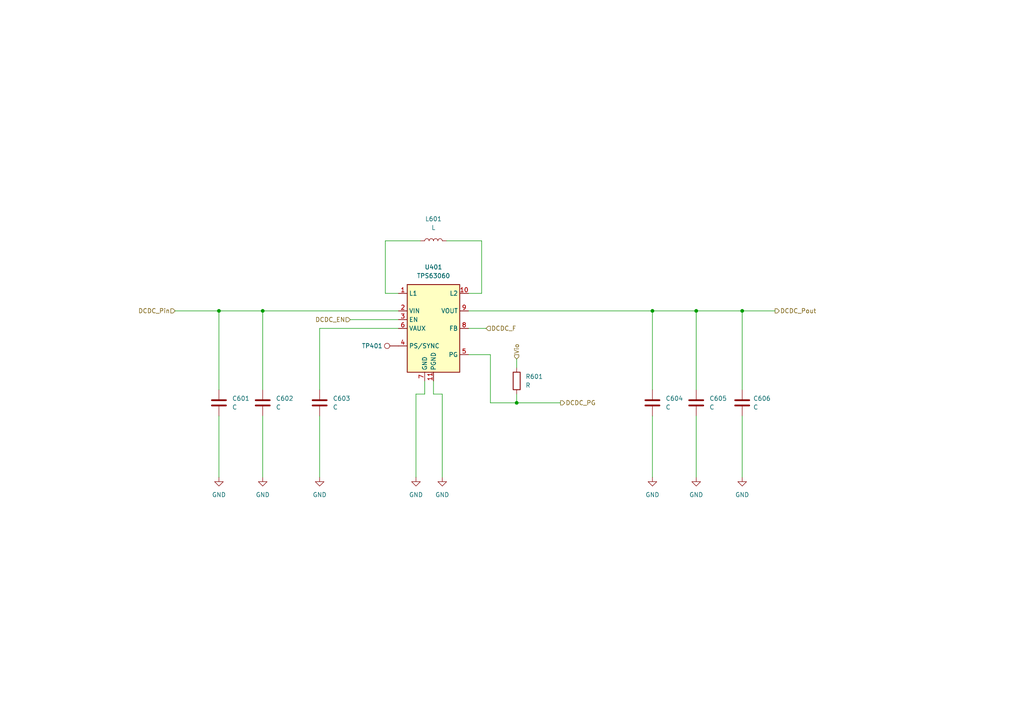
<source format=kicad_sch>
(kicad_sch (version 20211123) (generator eeschema)
  (paper "A4")
  (lib_symbols
    (symbol "Connector:TestPoint" (pin_numbers hide) (pin_names (offset 0.762) hide)
      (property "Reference" "TP" (at 0 6.858 0))
      (property "Value" "TestPoint" (at 0 5.08 0))
      (symbol "TestPoint_0_1"
        (circle (center 0 3.302) (radius 0.762))
      )
      (symbol "TestPoint_1_1"
        (pin passive line (at 0 0 90) (length 2.54) (name "1") (number "1"))
      )
    )
    (symbol "Device:C" (pin_numbers hide) (pin_names (offset 0.254))
      (property "Reference" "C" (at 0.635 2.54 0))
      (property "Value" "C" (at 0.635 -2.54 0))
      (symbol "C_0_1"
        (polyline (pts (xy -2.032 -0.762) (xy 2.032 -0.762)) (stroke (width 0.508)))
        (polyline (pts (xy -2.032 0.762) (xy 2.032 0.762)) (stroke (width 0.508)))
      )
      (symbol "C_1_1"
        (pin passive line (at 0 3.81 270) (length 2.794) (name "~") (number "1"))
        (pin passive line (at 0 -3.81 90) (length 2.794) (name "~") (number "2"))
      )
    )
    (symbol "Device:L" (pin_numbers hide) (pin_names (offset 1.016) hide)
      (property "Reference" "L" (at -1.27 0 90))
      (property "Value" "L" (at 1.905 0 90))
      (symbol "L_0_1"
        (arc (start 0 -2.54) (mid 0.635 -1.905) (end 0 -1.27))
        (arc (start 0 -1.27) (mid 0.635 -0.635) (end 0 0))
        (arc (start 0 0) (mid 0.635 0.635) (end 0 1.27))
        (arc (start 0 1.27) (mid 0.635 1.905) (end 0 2.54))
      )
      (symbol "L_1_1"
        (pin passive line (at 0 3.81 270) (length 1.27) (name "1") (number "1"))
        (pin passive line (at 0 -3.81 90) (length 1.27) (name "2") (number "2"))
      )
    )
    (symbol "Device:R" (pin_numbers hide) (pin_names (offset 0))
      (property "Reference" "R" (at 2.032 0 90))
      (property "Value" "R" (at 0 0 90))
      (symbol "R_0_1"
        (rectangle (start -1.016 -2.54) (end 1.016 2.54) (stroke (width 0.254)))
      )
      (symbol "R_1_1"
        (pin passive line (at 0 3.81 270) (length 1.27) (name "~") (number "1"))
        (pin passive line (at 0 -3.81 90) (length 1.27) (name "~") (number "2"))
      )
    )
    (symbol "Regulator_Switching:TPS63060"
      (property "Reference" "U" (at -7.62 13.97 0))
      (property "Value" "TPS63060" (at 2.54 13.97 0))
      (symbol "TPS63060_0_1"
        (rectangle (start -7.62 12.7) (end 7.62 -12.7) (stroke (width 0.254)) (fill (type background)))
      )
      (symbol "TPS63060_1_1"
        (pin input line (at -10.16 10.16 0) (length 2.54) (name "L1") (number "1"))
        (pin input line (at 10.16 10.16 180) (length 2.54) (name "L2") (number "10"))
        (pin power_in line (at 0 -15.24 90) (length 2.54) (name "PGND") (number "11"))
        (pin power_in line (at -10.16 5.08 0) (length 2.54) (name "VIN") (number "2"))
        (pin input line (at -10.16 2.54 0) (length 2.54) (name "EN") (number "3"))
        (pin input line (at -10.16 -5.08 0) (length 2.54) (name "PS/SYNC") (number "4"))
        (pin output line (at 10.16 -7.62 180) (length 2.54) (name "PG") (number "5"))
        (pin passive line (at -10.16 0 0) (length 2.54) (name "VAUX") (number "6"))
        (pin power_in line (at -2.54 -15.24 90) (length 2.54) (name "GND") (number "7"))
        (pin input line (at 10.16 0 180) (length 2.54) (name "FB") (number "8"))
        (pin power_out line (at 10.16 5.08 180) (length 2.54) (name "VOUT") (number "9"))
      )
    )
    (symbol "power:GND" (power) (pin_names (offset 0))
      (property "Value" "GND" (at 0 -3.81 0))
      (symbol "GND_0_1"
        (polyline (pts (xy 0 0) (xy 0 -1.27) (xy 1.27 -1.27) (xy 0 -2.54) (xy -1.27 -1.27) (xy 0 -1.27)))
      )
      (symbol "GND_1_1"
        (pin power_in line (at 0 0 270) (length 0) hide (name "GND") (number "1"))
      )
    )
  )
  (junction (at 201.93 90.17))
  (junction (at 149.86 116.84))
  (junction (at 215.265 90.17))
  (junction (at 189.23 90.17))
  (junction (at 63.5 90.17))
  (junction (at 76.2 90.17))
  (wire (pts (xy 201.93 90.17) (xy 201.93 113.03)))
  (wire (pts (xy 139.7 69.85) (xy 139.7 85.09)))
  (wire (pts (xy 201.93 90.17) (xy 215.265 90.17)))
  (wire (pts (xy 135.89 102.87) (xy 142.24 102.87)))
  (wire (pts (xy 149.86 116.84) (xy 162.56 116.84)))
  (wire (pts (xy 123.19 114.3) (xy 123.19 110.49)))
  (wire (pts (xy 115.57 95.25) (xy 92.71 95.25)))
  (wire (pts (xy 50.8 90.17) (xy 63.5 90.17)))
  (wire (pts (xy 76.2 120.65) (xy 76.2 138.43)))
  (wire (pts (xy 149.86 114.3) (xy 149.86 116.84)))
  (wire (pts (xy 76.2 113.03) (xy 76.2 90.17)))
  (wire (pts (xy 128.27 114.3) (xy 125.73 114.3)))
  (wire (pts (xy 142.24 116.84) (xy 149.86 116.84)))
  (wire (pts (xy 101.6 92.71) (xy 115.57 92.71)))
  (wire (pts (xy 76.2 90.17) (xy 115.57 90.17)))
  (wire (pts (xy 189.23 120.65) (xy 189.23 138.43)))
  (wire (pts (xy 128.27 114.3) (xy 128.27 138.43)))
  (wire (pts (xy 201.93 120.65) (xy 201.93 138.43)))
  (wire (pts (xy 120.65 114.3) (xy 120.65 138.43)))
  (wire (pts (xy 63.5 113.03) (xy 63.5 90.17)))
  (wire (pts (xy 111.76 69.85) (xy 121.92 69.85)))
  (wire (pts (xy 63.5 90.17) (xy 76.2 90.17)))
  (wire (pts (xy 139.7 85.09) (xy 135.89 85.09)))
  (wire (pts (xy 215.265 90.17) (xy 224.79 90.17)))
  (wire (pts (xy 63.5 120.65) (xy 63.5 138.43)))
  (wire (pts (xy 111.76 85.09) (xy 111.76 69.85)))
  (wire (pts (xy 92.71 95.25) (xy 92.71 113.03)))
  (wire (pts (xy 129.54 69.85) (xy 139.7 69.85)))
  (wire (pts (xy 92.71 120.65) (xy 92.71 138.43)))
  (wire (pts (xy 125.73 114.3) (xy 125.73 110.49)))
  (wire (pts (xy 149.86 104.14) (xy 149.86 106.68)))
  (wire (pts (xy 120.65 114.3) (xy 123.19 114.3)))
  (wire (pts (xy 135.89 90.17) (xy 189.23 90.17)))
  (wire (pts (xy 215.265 120.65) (xy 215.265 138.43)))
  (wire (pts (xy 189.23 90.17) (xy 201.93 90.17)))
  (wire (pts (xy 142.24 102.87) (xy 142.24 116.84)))
  (wire (pts (xy 140.97 95.25) (xy 135.89 95.25)))
  (wire (pts (xy 215.265 113.03) (xy 215.265 90.17)))
  (wire (pts (xy 189.23 90.17) (xy 189.23 113.03)))
  (wire (pts (xy 115.57 85.09) (xy 111.76 85.09)))
  (hierarchical_label "Vio" (shape input) (at 149.86 104.14 90))
  (hierarchical_label "DCDC_Pout" (shape output) (at 224.79 90.17 0))
  (hierarchical_label "DCDC_F" (shape input) (at 140.97 95.25 0))
  (hierarchical_label "DCDC_EN" (shape input) (at 101.6 92.71 180))
  (hierarchical_label "DCDC_PG" (shape output) (at 162.56 116.84 0))
  (hierarchical_label "DCDC_Pin" (shape input) (at 50.8 90.17 180))
  (symbol (lib_id "power:GND") (at 128.27 138.43 0) (unit 1)
    (property "Reference" "#PWR0135" (effects hide))
    (property "Value" "GND" (at 128.27 143.51 0))
  )
  (symbol (lib_id "power:GND") (at 63.5 138.43 0) (unit 1)
    (property "Reference" "#PWR0132" (effects hide))
    (property "Value" "GND" (at 63.5 143.51 0))
  )
  (symbol (lib_id "power:GND") (at 76.2 138.43 0) (unit 1)
    (property "Reference" "#PWR0131" (effects hide))
    (property "Value" "GND" (at 76.2 143.51 0))
  )
  (symbol (lib_id "power:GND") (at 120.65 138.43 0) (unit 1)
    (property "Reference" "#PWR0134" (effects hide))
    (property "Value" "GND" (at 120.65 143.51 0))
  )
  (symbol (lib_id "Device:C") (at 201.93 116.84 0) (unit 1)
    (property "Reference" "C605" (at 205.74 115.5699 0) (effects (justify left)))
    (property "Value" "C" (at 205.74 118.1099 0) (effects (justify left)))
    (property "Footprint" "Capacitor_SMD:C_1206_3216Metric_Pad1.33x1.80mm_HandSolder" (effects hide))
  )
  (symbol (lib_id "power:GND") (at 189.23 138.43 0) (unit 1)
    (property "Reference" "#PWR0136" (effects hide))
    (property "Value" "GND" (at 189.23 143.51 0))
  )
  (symbol (lib_id "Device:C") (at 63.5 116.84 0) (unit 1)
    (property "Reference" "C601" (at 67.31 115.5699 0) (effects (justify left)))
    (property "Value" "C" (at 67.31 118.1099 0) (effects (justify left)))
    (property "Footprint" "Capacitor_SMD:C_1206_3216Metric_Pad1.33x1.80mm_HandSolder" (effects hide))
  )
  (symbol (lib_id "Regulator_Switching:TPS63060") (at 125.73 95.25 0) (unit 1)
    (property "Reference" "U401" (at 125.73 77.47 0))
    (property "Value" "TPS63060" (at 125.73 80.01 0))
    (property "Footprint" "Package_SON:Texas_S-PWSON-N10_ThermalVias" (effects hide))
    (property "Datasheet" "http://www.ti.com/lit/ds/symlink/tps63060.pdf" (effects hide))
  )
  (symbol (lib_id "Device:C") (at 189.23 116.84 0) (unit 1)
    (property "Reference" "C604" (at 193.04 115.5699 0) (effects (justify left)))
    (property "Value" "C" (at 193.04 118.1099 0) (effects (justify left)))
    (property "Footprint" "Capacitor_SMD:C_1206_3216Metric_Pad1.33x1.80mm_HandSolder" (effects hide))
  )
  (symbol (lib_id "power:GND") (at 92.71 138.43 0) (unit 1)
    (property "Reference" "#PWR0133" (effects hide))
    (property "Value" "GND" (at 92.71 143.51 0))
  )
  (symbol (lib_id "power:GND") (at 201.93 138.43 0) (unit 1)
    (property "Reference" "#PWR0137" (effects hide))
    (property "Value" "GND" (at 201.93 143.51 0))
  )
  (symbol (lib_id "Connector:TestPoint") (at 115.57 100.33 90) (unit 1)
    (property "Reference" "TP401" (at 107.95 100.33 90))
    (property "Value" "TestPoint" (effects hide))
    (property "Footprint" "TestPoint:TestPoint_Pad_1.0x1.0mm" (effects hide))
  )
  (symbol (lib_id "Device:C") (at 92.71 116.84 0) (unit 1)
    (property "Reference" "C603" (at 96.52 115.5699 0) (effects (justify left)))
    (property "Value" "C" (at 96.52 118.1099 0) (effects (justify left)))
  )
  (symbol (lib_id "Device:C") (at 76.2 116.84 0) (unit 1)
    (property "Reference" "C602" (at 80.01 115.5699 0) (effects (justify left)))
    (property "Value" "C" (at 80.01 118.1099 0) (effects (justify left)))
    (property "Footprint" "Capacitor_SMD:C_0603_1608Metric_Pad1.08x0.95mm_HandSolder" (effects hide))
  )
  (symbol (lib_id "Device:L") (at 125.73 69.85 90) (unit 1)
    (property "Reference" "L601" (at 125.73 63.5 90))
    (property "Value" "L" (at 125.73 66.04 90))
    (property "Footprint" "Inductor_SMD:L_Coilcraft_XxL4020" (effects hide))
  )
  (symbol (lib_id "Device:R") (at 149.86 110.49 0) (unit 1)
    (property "Reference" "R601" (at 152.4 109.2199 0) (effects (justify left)))
    (property "Value" "R" (at 152.4 111.7599 0) (effects (justify left)))
    (property "Footprint" "Resistor_SMD:R_0603_1608Metric_Pad0.98x0.95mm_HandSolder" (effects hide))
  )
  (symbol (lib_id "Device:C") (at 215.265 116.84 0) (unit 1)
    (property "Reference" "C606" (at 218.44 115.5699 0) (effects (justify left)))
    (property "Value" "C" (at 218.44 118.1099 0) (effects (justify left)))
    (property "Footprint" "Capacitor_SMD:C_0201_0603Metric_Pad0.64x0.40mm_HandSolder" (effects hide))
  )
  (symbol (lib_id "power:GND") (at 215.265 138.43 0) (unit 1)
    (property "Reference" "#PWR0138" (effects hide))
    (property "Value" "GND" (at 215.265 143.51 0))
  )
)
</source>
